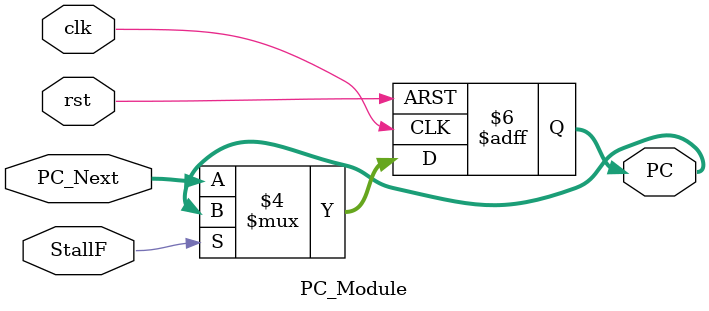
<source format=v>
module PC_Module(clk, rst, PC, PC_Next, StallF);
    input clk, rst, StallF; // Thêm StallF
    input [31:0] PC_Next;
    output [31:0] PC;
    reg [31:0] PC;

    always @(posedge clk or negedge rst) begin
        if (rst == 1'b0)
            PC <= {32{1'b0}};
        else if (StallF)
            PC <= PC; // Giữ nguyên nếu stall
        else
            PC <= PC_Next;
    end
endmodule
</source>
